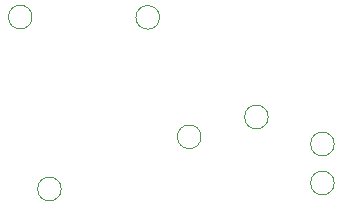
<source format=gbr>
%TF.GenerationSoftware,KiCad,Pcbnew,8.0.4+1*%
%TF.CreationDate,2024-10-01T16:26:02+00:00*%
%TF.ProjectId,t1,74312e6b-6963-4616-945f-706362585858,WIP*%
%TF.SameCoordinates,Original*%
%TF.FileFunction,Other,User*%
%FSLAX46Y46*%
G04 Gerber Fmt 4.6, Leading zero omitted, Abs format (unit mm)*
G04 Created by KiCad (PCBNEW 8.0.4+1) date 2024-10-01 16:26:02*
%MOMM*%
%LPD*%
G01*
G04 APERTURE LIST*
%ADD10C,0.050000*%
G04 APERTURE END LIST*
D10*
%TO.C,TP2*%
X168792400Y-80162400D02*
G75*
G02*
X166792400Y-80162400I-1000000J0D01*
G01*
X166792400Y-80162400D02*
G75*
G02*
X168792400Y-80162400I1000000J0D01*
G01*
%TO.C,TP3*%
X174482000Y-78486000D02*
G75*
G02*
X172482000Y-78486000I-1000000J0D01*
G01*
X172482000Y-78486000D02*
G75*
G02*
X174482000Y-78486000I1000000J0D01*
G01*
%TO.C,TP4*%
X180070000Y-80772000D02*
G75*
G02*
X178070000Y-80772000I-1000000J0D01*
G01*
X178070000Y-80772000D02*
G75*
G02*
X180070000Y-80772000I1000000J0D01*
G01*
%TO.C,TP5*%
X180070000Y-84074000D02*
G75*
G02*
X178070000Y-84074000I-1000000J0D01*
G01*
X178070000Y-84074000D02*
G75*
G02*
X180070000Y-84074000I1000000J0D01*
G01*
%TO.C,TP6*%
X165287200Y-70053200D02*
G75*
G02*
X163287200Y-70053200I-1000000J0D01*
G01*
X163287200Y-70053200D02*
G75*
G02*
X165287200Y-70053200I1000000J0D01*
G01*
%TO.C,TP8*%
X154492200Y-70027800D02*
G75*
G02*
X152492200Y-70027800I-1000000J0D01*
G01*
X152492200Y-70027800D02*
G75*
G02*
X154492200Y-70027800I1000000J0D01*
G01*
%TO.C,TP9*%
X156956000Y-84582000D02*
G75*
G02*
X154956000Y-84582000I-1000000J0D01*
G01*
X154956000Y-84582000D02*
G75*
G02*
X156956000Y-84582000I1000000J0D01*
G01*
%TD*%
M02*

</source>
